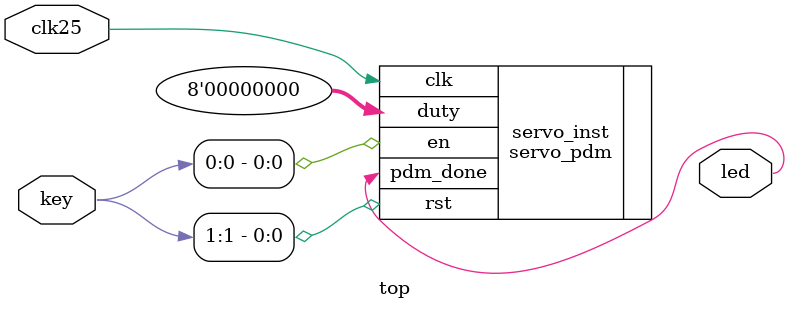
<source format=v>
module top (					// Declaring inputs and outputs according to the configuration file (karnix_cabga256.lpf)
	input wire clk25,
	input wire [1:0] key,
	output wire [0:0] led
);
	
	servo_pdm # (				// Creating an instance of servo_pdm module (servo_pdm.v)
		.clk_hz(25000000)
	) servo_inst (
		.clk(clk25),
		.en(key[0]),
		.rst(key[1]),
		.duty(8'd0),			// Duty cycle is manually set here for test purposes
		.pdm_done(led [0])		// LED lights up showing pulse width
	);

endmodule

</source>
